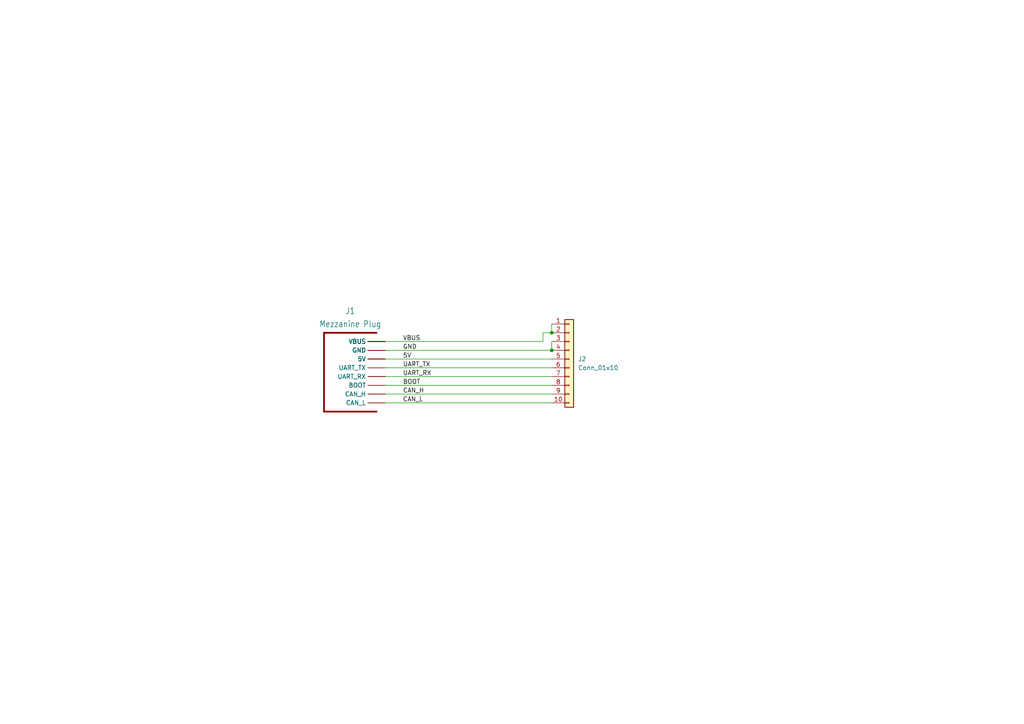
<source format=kicad_sch>
(kicad_sch (version 20211123) (generator eeschema)
  (paper "A4")
  (lib_symbols
    (symbol "Connector_Generic:Conn_01x10" (pin_names (offset 1.016) hide)
      (property "Reference" "J" (at 0 12.7 0))
      (property "Value" "Conn_01x10" (at 0 -15.24 0))
      (symbol "Conn_01x10_1_1"
        (rectangle (start -1.27 -12.573) (end 0 -12.827) (stroke (width 0.1524)))
        (rectangle (start -1.27 -10.033) (end 0 -10.287) (stroke (width 0.1524)))
        (rectangle (start -1.27 -7.493) (end 0 -7.747) (stroke (width 0.1524)))
        (rectangle (start -1.27 -4.953) (end 0 -5.207) (stroke (width 0.1524)))
        (rectangle (start -1.27 -2.413) (end 0 -2.667) (stroke (width 0.1524)))
        (rectangle (start -1.27 0.127) (end 0 -0.127) (stroke (width 0.1524)))
        (rectangle (start -1.27 2.667) (end 0 2.413) (stroke (width 0.1524)))
        (rectangle (start -1.27 5.207) (end 0 4.953) (stroke (width 0.1524)))
        (rectangle (start -1.27 7.747) (end 0 7.493) (stroke (width 0.1524)))
        (rectangle (start -1.27 10.287) (end 0 10.033) (stroke (width 0.1524)))
        (rectangle (start -1.27 11.43) (end 1.27 -13.97) (stroke (width 0.254)) (fill (type background)))
        (pin passive line (at -5.08 10.16 0) (length 3.81) (name "Pin_1") (number "1"))
        (pin passive line (at -5.08 -12.7 0) (length 3.81) (name "Pin_10") (number "10"))
        (pin passive line (at -5.08 7.62 0) (length 3.81) (name "Pin_2") (number "2"))
        (pin passive line (at -5.08 5.08 0) (length 3.81) (name "Pin_3") (number "3"))
        (pin passive line (at -5.08 2.54 0) (length 3.81) (name "Pin_4") (number "4"))
        (pin passive line (at -5.08 0 0) (length 3.81) (name "Pin_5") (number "5"))
        (pin passive line (at -5.08 -2.54 0) (length 3.81) (name "Pin_6") (number "6"))
        (pin passive line (at -5.08 -5.08 0) (length 3.81) (name "Pin_7") (number "7"))
        (pin passive line (at -5.08 -7.62 0) (length 3.81) (name "Pin_8") (number "8"))
        (pin passive line (at -5.08 -10.16 0) (length 3.81) (name "Pin_9") (number "9"))
      )
    )
    (symbol "J-Molex-555600307-mezzanine-plug:Mezzanine Plug"
      (property "Reference" "J" (at -12.7 13.97 0))
      (property "Value" "Mezzanine Plug" (at -12.7 -13.97 0))
      (symbol "Mezzanine Plug_1_0"
        (polyline (pts (xy -12.7 -10.16) (xy 2.54 -10.16)) (stroke (width 0.508)))
        (polyline (pts (xy 2.54 12.7) (xy -12.7 12.7)) (stroke (width 0.508)))
        (pin bidirectional line (at 5.08 -7.62 180) (length 5.08) (name "CAN_L") (number "P$1"))
        (pin power_in line (at 5.08 7.62 180) (length 5.08) (name "GND") (number "P$10"))
        (pin power_in line (at 5.08 7.62 180) (length 5.08) (name "GND") (number "P$11"))
        (pin power_in line (at 5.08 10.16 180) (length 5.08) (name "VBUS") (number "P$12"))
        (pin power_in line (at 5.08 10.16 180) (length 5.08) (name "VBUS") (number "P$13"))
        (pin power_in line (at 5.08 10.16 180) (length 5.08) (name "VBUS") (number "P$14"))
        (pin power_in line (at 5.08 10.16 180) (length 5.08) (name "VBUS") (number "P$15"))
        (pin power_in line (at 5.08 10.16 180) (length 5.08) (name "VBUS") (number "P$16"))
        (pin power_in line (at 5.08 10.16 180) (length 5.08) (name "VBUS") (number "P$17"))
        (pin power_in line (at 5.08 10.16 180) (length 5.08) (name "VBUS") (number "P$18"))
        (pin power_in line (at 5.08 10.16 180) (length 5.08) (name "VBUS") (number "P$19"))
        (pin bidirectional line (at 5.08 -5.08 180) (length 5.08) (name "CAN_H") (number "P$2"))
        (pin power_in line (at 5.08 7.62 180) (length 5.08) (name "GND") (number "P$20"))
        (pin power_in line (at 5.08 7.62 180) (length 5.08) (name "GND") (number "P$21"))
        (pin power_in line (at 5.08 7.62 180) (length 5.08) (name "GND") (number "P$22"))
        (pin power_in line (at 5.08 7.62 180) (length 5.08) (name "GND") (number "P$23"))
        (pin power_in line (at 5.08 5.08 180) (length 5.08) (name "5V") (number "P$24"))
        (pin power_in line (at 5.08 5.08 180) (length 5.08) (name "5V") (number "P$25"))
        (pin bidirectional line (at 5.08 2.54 180) (length 5.08) (name "UART_TX") (number "P$26"))
        (pin bidirectional line (at 5.08 0 180) (length 5.08) (name "UART_RX") (number "P$27"))
        (pin bidirectional line (at 5.08 -2.54 180) (length 5.08) (name "BOOT") (number "P$28"))
        (pin bidirectional line (at 5.08 -5.08 180) (length 5.08) (name "CAN_H") (number "P$29"))
        (pin bidirectional line (at 5.08 -2.54 180) (length 5.08) (name "BOOT") (number "P$3"))
        (pin bidirectional line (at 5.08 -7.62 180) (length 5.08) (name "CAN_L") (number "P$30"))
        (pin bidirectional line (at 5.08 0 180) (length 5.08) (name "UART_RX") (number "P$4"))
        (pin bidirectional line (at 5.08 2.54 180) (length 5.08) (name "UART_TX") (number "P$5"))
        (pin power_in line (at 5.08 5.08 180) (length 5.08) (name "5V") (number "P$6"))
        (pin power_in line (at 5.08 5.08 180) (length 5.08) (name "5V") (number "P$7"))
        (pin power_in line (at 5.08 7.62 180) (length 5.08) (name "GND") (number "P$8"))
        (pin power_in line (at 5.08 7.62 180) (length 5.08) (name "GND") (number "P$9"))
      )
      (symbol "Mezzanine Plug_1_1"
        (polyline (pts (xy -12.7 12.7) (xy -12.7 -10.16)) (stroke (width 0.508)))
      )
    )
  )
  (junction (at 160.02 96.52))
  (junction (at 160.02 101.6))
  (wire (pts (xy 157.48 96.52) (xy 160.02 96.52)))
  (wire (pts (xy 111.76 109.22) (xy 160.02 109.22)))
  (wire (pts (xy 111.76 104.14) (xy 160.02 104.14)))
  (wire (pts (xy 111.76 101.6) (xy 160.02 101.6)))
  (wire (pts (xy 111.76 106.68) (xy 160.02 106.68)))
  (wire (pts (xy 157.48 99.06) (xy 157.48 96.52)))
  (wire (pts (xy 111.76 116.84) (xy 160.02 116.84)))
  (wire (pts (xy 160.02 99.06) (xy 160.02 101.6)))
  (wire (pts (xy 111.76 99.06) (xy 157.48 99.06)))
  (wire (pts (xy 111.76 111.76) (xy 160.02 111.76)))
  (wire (pts (xy 111.76 114.3) (xy 160.02 114.3)))
  (wire (pts (xy 160.02 93.98) (xy 160.02 96.52)))
  (label "UART_TX" (at 116.84 106.68 0))
  (label "5V" (at 116.84 104.14 0))
  (label "VBUS" (at 116.84 99.06 0))
  (label "GND" (at 116.84 101.6 0))
  (label "BOOT" (at 116.84 111.76 0))
  (label "UART_RX" (at 116.84 109.22 0))
  (label "CAN_L" (at 116.84 116.84 0))
  (label "CAN_H" (at 116.84 114.3 0))
  (symbol (lib_id "Connector_Generic:Conn_01x10") (at 165.1 104.14 0) (unit 1)
    (property "Reference" "J2" (at 167.64 104.1399 0) (effects (justify left)))
    (property "Value" "Conn_01x10" (at 167.64 106.6799 0) (effects (justify left)))
    (property "Footprint" "Connector_PinHeader_2.54mm:PinHeader_1x10_P2.54mm_Vertical" (effects hide))
  )
  (symbol (lib_id "J-Molex-555600307-mezzanine-plug:Mezzanine Plug") (at 106.68 109.22 0) (unit 1)
    (property "Reference" "J1" (at 101.6 90.17 0) (effects (font (size 1.778 1.5113))))
    (property "Value" "Mezzanine Plug" (at 101.6 93.98 0) (effects (font (size 1.778 1.5113))))
    (property "Footprint" "oresat-footprints:J-Molex-0547220304" (effects hide))
  )
)
</source>
